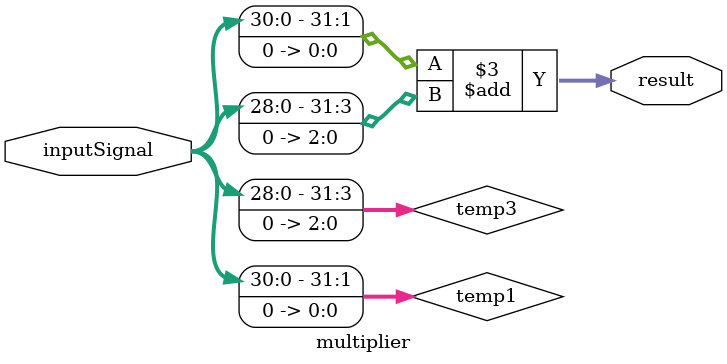
<source format=v>
module multiplier(inputSignal ,result);

input [31:0]inputSignal;
output[31:0]result;

wire[31:0]temp1;
wire[31:0]temp3;

assign temp1 = inputSignal<<1;
assign temp3 = inputSignal<<3;

assign result = temp1 + temp3 ;

endmodule 
</source>
